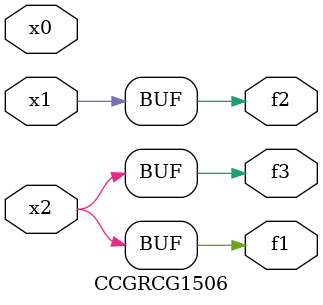
<source format=v>
module CCGRCG1506(
	input x0, x1, x2,
	output f1, f2, f3
);
	assign f1 = x2;
	assign f2 = x1;
	assign f3 = x2;
endmodule

</source>
